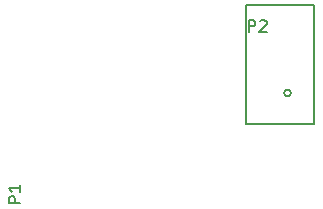
<source format=gbr>
G04 #@! TF.FileFunction,Legend,Top*
%FSLAX46Y46*%
G04 Gerber Fmt 4.6, Leading zero omitted, Abs format (unit mm)*
G04 Created by KiCad (PCBNEW 4.0.5) date 04/28/17 15:12:26*
%MOMM*%
%LPD*%
G01*
G04 APERTURE LIST*
%ADD10C,0.100000*%
%ADD11C,0.150000*%
G04 APERTURE END LIST*
D10*
D11*
X37570043Y12174400D02*
G75*
G03X37570043Y12174400I-282843J0D01*
G01*
X39537200Y9554400D02*
X33817200Y9554400D01*
X39547200Y19584400D02*
X33817200Y19584400D01*
X33817200Y19584400D02*
X33827200Y19564400D01*
X33817200Y19574400D02*
X33817200Y9574400D01*
X39557200Y19574400D02*
X39557200Y9574400D01*
X33997905Y17334019D02*
X33997905Y18334019D01*
X34378858Y18334019D01*
X34474096Y18286400D01*
X34521715Y18238781D01*
X34569334Y18143543D01*
X34569334Y18000686D01*
X34521715Y17905448D01*
X34474096Y17857829D01*
X34378858Y17810210D01*
X33997905Y17810210D01*
X34950286Y18238781D02*
X34997905Y18286400D01*
X35093143Y18334019D01*
X35331239Y18334019D01*
X35426477Y18286400D01*
X35474096Y18238781D01*
X35521715Y18143543D01*
X35521715Y18048305D01*
X35474096Y17905448D01*
X34902667Y17334019D01*
X35521715Y17334019D01*
X14676381Y2843305D02*
X13676381Y2843305D01*
X13676381Y3224258D01*
X13724000Y3319496D01*
X13771619Y3367115D01*
X13866857Y3414734D01*
X14009714Y3414734D01*
X14104952Y3367115D01*
X14152571Y3319496D01*
X14200190Y3224258D01*
X14200190Y2843305D01*
X14676381Y4367115D02*
X14676381Y3795686D01*
X14676381Y4081400D02*
X13676381Y4081400D01*
X13819238Y3986162D01*
X13914476Y3890924D01*
X13962095Y3795686D01*
M02*

</source>
